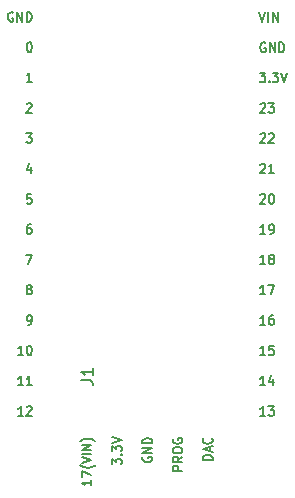
<source format=gto>
G04 #@! TF.FileFunction,Legend,Top*
%FSLAX46Y46*%
G04 Gerber Fmt 4.6, Leading zero omitted, Abs format (unit mm)*
G04 Created by KiCad (PCBNEW 4.0.1-3.201512221402+6198~38~ubuntu14.04.1-stable) date Sat 14 May 2016 03:25:43 PM PDT*
%MOMM*%
G01*
G04 APERTURE LIST*
%ADD10C,0.100000*%
%ADD11C,0.152400*%
%ADD12C,0.150000*%
G04 APERTURE END LIST*
D10*
D11*
X98102565Y-111651143D02*
X98102565Y-112086571D01*
X98102565Y-111868857D02*
X97294845Y-111868857D01*
X97410234Y-111941428D01*
X97487159Y-112014000D01*
X97525622Y-112086571D01*
X97294845Y-111397143D02*
X97294845Y-110889143D01*
X98102565Y-111215714D01*
X98410268Y-110381143D02*
X98371805Y-110417429D01*
X98256417Y-110490000D01*
X98179491Y-110526286D01*
X98064102Y-110562572D01*
X97871788Y-110598857D01*
X97717937Y-110598857D01*
X97525622Y-110562572D01*
X97410234Y-110526286D01*
X97333308Y-110490000D01*
X97217919Y-110417429D01*
X97179457Y-110381143D01*
X97294845Y-110199715D02*
X98102565Y-109945715D01*
X97294845Y-109691715D01*
X98102565Y-109437714D02*
X97294845Y-109437714D01*
X98102565Y-109074857D02*
X97294845Y-109074857D01*
X98102565Y-108639429D01*
X97294845Y-108639429D01*
X98410268Y-108349143D02*
X98371805Y-108312857D01*
X98256417Y-108240286D01*
X98179491Y-108204000D01*
X98064102Y-108167714D01*
X97871788Y-108131429D01*
X97717937Y-108131429D01*
X97525622Y-108167714D01*
X97410234Y-108204000D01*
X97333308Y-108240286D01*
X97217919Y-108312857D01*
X97179457Y-108349143D01*
X99861261Y-110308571D02*
X99861261Y-109836857D01*
X100168964Y-110090857D01*
X100168964Y-109981999D01*
X100207427Y-109909428D01*
X100245890Y-109873142D01*
X100322815Y-109836857D01*
X100515130Y-109836857D01*
X100592055Y-109873142D01*
X100630518Y-109909428D01*
X100668981Y-109981999D01*
X100668981Y-110199714D01*
X100630518Y-110272285D01*
X100592055Y-110308571D01*
X100592055Y-109510285D02*
X100630518Y-109474000D01*
X100668981Y-109510285D01*
X100630518Y-109546571D01*
X100592055Y-109510285D01*
X100668981Y-109510285D01*
X99861261Y-109220000D02*
X99861261Y-108748286D01*
X100168964Y-109002286D01*
X100168964Y-108893428D01*
X100207427Y-108820857D01*
X100245890Y-108784571D01*
X100322815Y-108748286D01*
X100515130Y-108748286D01*
X100592055Y-108784571D01*
X100630518Y-108820857D01*
X100668981Y-108893428D01*
X100668981Y-109111143D01*
X100630518Y-109183714D01*
X100592055Y-109220000D01*
X99861261Y-108530572D02*
X100668981Y-108276572D01*
X99861261Y-108022572D01*
X102466140Y-109691715D02*
X102427677Y-109764286D01*
X102427677Y-109873143D01*
X102466140Y-109982000D01*
X102543066Y-110054572D01*
X102619991Y-110090857D01*
X102773843Y-110127143D01*
X102889231Y-110127143D01*
X103043083Y-110090857D01*
X103120009Y-110054572D01*
X103196934Y-109982000D01*
X103235397Y-109873143D01*
X103235397Y-109800572D01*
X103196934Y-109691715D01*
X103158471Y-109655429D01*
X102889231Y-109655429D01*
X102889231Y-109800572D01*
X103235397Y-109328857D02*
X102427677Y-109328857D01*
X103235397Y-108893429D01*
X102427677Y-108893429D01*
X103235397Y-108530571D02*
X102427677Y-108530571D01*
X102427677Y-108349143D01*
X102466140Y-108240286D01*
X102543066Y-108167714D01*
X102619991Y-108131429D01*
X102773843Y-108095143D01*
X102889231Y-108095143D01*
X103043083Y-108131429D01*
X103120009Y-108167714D01*
X103196934Y-108240286D01*
X103235397Y-108349143D01*
X103235397Y-108530571D01*
X105801813Y-110852857D02*
X104994093Y-110852857D01*
X104994093Y-110562572D01*
X105032556Y-110490000D01*
X105071019Y-110453715D01*
X105147945Y-110417429D01*
X105263333Y-110417429D01*
X105340259Y-110453715D01*
X105378722Y-110490000D01*
X105417185Y-110562572D01*
X105417185Y-110852857D01*
X105801813Y-109655429D02*
X105417185Y-109909429D01*
X105801813Y-110090857D02*
X104994093Y-110090857D01*
X104994093Y-109800572D01*
X105032556Y-109728000D01*
X105071019Y-109691715D01*
X105147945Y-109655429D01*
X105263333Y-109655429D01*
X105340259Y-109691715D01*
X105378722Y-109728000D01*
X105417185Y-109800572D01*
X105417185Y-110090857D01*
X104994093Y-109183715D02*
X104994093Y-109038572D01*
X105032556Y-108966000D01*
X105109482Y-108893429D01*
X105263333Y-108857143D01*
X105532573Y-108857143D01*
X105686425Y-108893429D01*
X105763350Y-108966000D01*
X105801813Y-109038572D01*
X105801813Y-109183715D01*
X105763350Y-109256286D01*
X105686425Y-109328857D01*
X105532573Y-109365143D01*
X105263333Y-109365143D01*
X105109482Y-109328857D01*
X105032556Y-109256286D01*
X104994093Y-109183715D01*
X105032556Y-108131429D02*
X104994093Y-108204000D01*
X104994093Y-108312857D01*
X105032556Y-108421714D01*
X105109482Y-108494286D01*
X105186407Y-108530571D01*
X105340259Y-108566857D01*
X105455647Y-108566857D01*
X105609499Y-108530571D01*
X105686425Y-108494286D01*
X105763350Y-108421714D01*
X105801813Y-108312857D01*
X105801813Y-108240286D01*
X105763350Y-108131429D01*
X105724887Y-108095143D01*
X105455647Y-108095143D01*
X105455647Y-108240286D01*
X108368229Y-109945714D02*
X107560509Y-109945714D01*
X107560509Y-109764286D01*
X107598972Y-109655429D01*
X107675898Y-109582857D01*
X107752823Y-109546572D01*
X107906675Y-109510286D01*
X108022063Y-109510286D01*
X108175915Y-109546572D01*
X108252841Y-109582857D01*
X108329766Y-109655429D01*
X108368229Y-109764286D01*
X108368229Y-109945714D01*
X108137452Y-109220000D02*
X108137452Y-108857143D01*
X108368229Y-109292572D02*
X107560509Y-109038572D01*
X108368229Y-108784572D01*
X108291303Y-108095143D02*
X108329766Y-108131429D01*
X108368229Y-108240286D01*
X108368229Y-108312857D01*
X108329766Y-108421714D01*
X108252841Y-108494286D01*
X108175915Y-108530571D01*
X108022063Y-108566857D01*
X107906675Y-108566857D01*
X107752823Y-108530571D01*
X107675898Y-108494286D01*
X107598972Y-108421714D01*
X107560509Y-108312857D01*
X107560509Y-108240286D01*
X107598972Y-108131429D01*
X107637435Y-108095143D01*
X91476285Y-72068436D02*
X91403714Y-72029973D01*
X91294857Y-72029973D01*
X91186000Y-72068436D01*
X91113428Y-72145362D01*
X91077143Y-72222287D01*
X91040857Y-72376139D01*
X91040857Y-72491527D01*
X91077143Y-72645379D01*
X91113428Y-72722305D01*
X91186000Y-72799230D01*
X91294857Y-72837693D01*
X91367428Y-72837693D01*
X91476285Y-72799230D01*
X91512571Y-72760767D01*
X91512571Y-72491527D01*
X91367428Y-72491527D01*
X91839143Y-72837693D02*
X91839143Y-72029973D01*
X92274571Y-72837693D01*
X92274571Y-72029973D01*
X92637429Y-72837693D02*
X92637429Y-72029973D01*
X92818857Y-72029973D01*
X92927714Y-72068436D01*
X93000286Y-72145362D01*
X93036571Y-72222287D01*
X93072857Y-72376139D01*
X93072857Y-72491527D01*
X93036571Y-72645379D01*
X93000286Y-72722305D01*
X92927714Y-72799230D01*
X92818857Y-72837693D01*
X92637429Y-72837693D01*
X92818857Y-74596389D02*
X92891429Y-74596389D01*
X92964000Y-74634852D01*
X93000286Y-74673315D01*
X93036572Y-74750241D01*
X93072857Y-74904092D01*
X93072857Y-75096406D01*
X93036572Y-75250258D01*
X93000286Y-75327183D01*
X92964000Y-75365646D01*
X92891429Y-75404109D01*
X92818857Y-75404109D01*
X92746286Y-75365646D01*
X92710000Y-75327183D01*
X92673715Y-75250258D01*
X92637429Y-75096406D01*
X92637429Y-74904092D01*
X92673715Y-74750241D01*
X92710000Y-74673315D01*
X92746286Y-74634852D01*
X92818857Y-74596389D01*
X93072857Y-77970525D02*
X92637429Y-77970525D01*
X92855143Y-77970525D02*
X92855143Y-77162805D01*
X92782572Y-77278194D01*
X92710000Y-77355119D01*
X92637429Y-77393582D01*
X92637429Y-79806147D02*
X92673715Y-79767684D01*
X92746286Y-79729221D01*
X92927715Y-79729221D01*
X93000286Y-79767684D01*
X93036572Y-79806147D01*
X93072857Y-79883073D01*
X93072857Y-79959998D01*
X93036572Y-80075387D01*
X92601143Y-80536941D01*
X93072857Y-80536941D01*
X92601143Y-82295637D02*
X93072857Y-82295637D01*
X92818857Y-82603340D01*
X92927715Y-82603340D01*
X93000286Y-82641803D01*
X93036572Y-82680266D01*
X93072857Y-82757191D01*
X93072857Y-82949506D01*
X93036572Y-83026431D01*
X93000286Y-83064894D01*
X92927715Y-83103357D01*
X92710000Y-83103357D01*
X92637429Y-83064894D01*
X92601143Y-83026431D01*
X93000286Y-85131293D02*
X93000286Y-85669773D01*
X92818857Y-84823590D02*
X92637429Y-85400533D01*
X93109143Y-85400533D01*
X93036572Y-87428469D02*
X92673715Y-87428469D01*
X92637429Y-87813098D01*
X92673715Y-87774635D01*
X92746286Y-87736172D01*
X92927715Y-87736172D01*
X93000286Y-87774635D01*
X93036572Y-87813098D01*
X93072857Y-87890023D01*
X93072857Y-88082338D01*
X93036572Y-88159263D01*
X93000286Y-88197726D01*
X92927715Y-88236189D01*
X92746286Y-88236189D01*
X92673715Y-88197726D01*
X92637429Y-88159263D01*
X93000286Y-89994885D02*
X92855143Y-89994885D01*
X92782572Y-90033348D01*
X92746286Y-90071811D01*
X92673715Y-90187199D01*
X92637429Y-90341051D01*
X92637429Y-90648754D01*
X92673715Y-90725679D01*
X92710000Y-90764142D01*
X92782572Y-90802605D01*
X92927715Y-90802605D01*
X93000286Y-90764142D01*
X93036572Y-90725679D01*
X93072857Y-90648754D01*
X93072857Y-90456439D01*
X93036572Y-90379514D01*
X93000286Y-90341051D01*
X92927715Y-90302588D01*
X92782572Y-90302588D01*
X92710000Y-90341051D01*
X92673715Y-90379514D01*
X92637429Y-90456439D01*
X92601143Y-92561301D02*
X93109143Y-92561301D01*
X92782572Y-93369021D01*
X92782572Y-95473883D02*
X92710000Y-95435420D01*
X92673715Y-95396957D01*
X92637429Y-95320031D01*
X92637429Y-95281569D01*
X92673715Y-95204643D01*
X92710000Y-95166180D01*
X92782572Y-95127717D01*
X92927715Y-95127717D01*
X93000286Y-95166180D01*
X93036572Y-95204643D01*
X93072857Y-95281569D01*
X93072857Y-95320031D01*
X93036572Y-95396957D01*
X93000286Y-95435420D01*
X92927715Y-95473883D01*
X92782572Y-95473883D01*
X92710000Y-95512346D01*
X92673715Y-95550809D01*
X92637429Y-95627734D01*
X92637429Y-95781586D01*
X92673715Y-95858511D01*
X92710000Y-95896974D01*
X92782572Y-95935437D01*
X92927715Y-95935437D01*
X93000286Y-95896974D01*
X93036572Y-95858511D01*
X93072857Y-95781586D01*
X93072857Y-95627734D01*
X93036572Y-95550809D01*
X93000286Y-95512346D01*
X92927715Y-95473883D01*
X92710000Y-98501853D02*
X92855143Y-98501853D01*
X92927715Y-98463390D01*
X92964000Y-98424927D01*
X93036572Y-98309539D01*
X93072857Y-98155687D01*
X93072857Y-97847985D01*
X93036572Y-97771059D01*
X93000286Y-97732596D01*
X92927715Y-97694133D01*
X92782572Y-97694133D01*
X92710000Y-97732596D01*
X92673715Y-97771059D01*
X92637429Y-97847985D01*
X92637429Y-98040299D01*
X92673715Y-98117225D01*
X92710000Y-98155687D01*
X92782572Y-98194150D01*
X92927715Y-98194150D01*
X93000286Y-98155687D01*
X93036572Y-98117225D01*
X93072857Y-98040299D01*
X92347143Y-101068269D02*
X91911715Y-101068269D01*
X92129429Y-101068269D02*
X92129429Y-100260549D01*
X92056858Y-100375938D01*
X91984286Y-100452863D01*
X91911715Y-100491326D01*
X92818857Y-100260549D02*
X92891429Y-100260549D01*
X92964000Y-100299012D01*
X93000286Y-100337475D01*
X93036572Y-100414401D01*
X93072857Y-100568252D01*
X93072857Y-100760566D01*
X93036572Y-100914418D01*
X93000286Y-100991343D01*
X92964000Y-101029806D01*
X92891429Y-101068269D01*
X92818857Y-101068269D01*
X92746286Y-101029806D01*
X92710000Y-100991343D01*
X92673715Y-100914418D01*
X92637429Y-100760566D01*
X92637429Y-100568252D01*
X92673715Y-100414401D01*
X92710000Y-100337475D01*
X92746286Y-100299012D01*
X92818857Y-100260549D01*
X92347143Y-103634685D02*
X91911715Y-103634685D01*
X92129429Y-103634685D02*
X92129429Y-102826965D01*
X92056858Y-102942354D01*
X91984286Y-103019279D01*
X91911715Y-103057742D01*
X93072857Y-103634685D02*
X92637429Y-103634685D01*
X92855143Y-103634685D02*
X92855143Y-102826965D01*
X92782572Y-102942354D01*
X92710000Y-103019279D01*
X92637429Y-103057742D01*
X92347143Y-106201101D02*
X91911715Y-106201101D01*
X92129429Y-106201101D02*
X92129429Y-105393381D01*
X92056858Y-105508770D01*
X91984286Y-105585695D01*
X91911715Y-105624158D01*
X92637429Y-105470307D02*
X92673715Y-105431844D01*
X92746286Y-105393381D01*
X92927715Y-105393381D01*
X93000286Y-105431844D01*
X93036572Y-105470307D01*
X93072857Y-105547233D01*
X93072857Y-105624158D01*
X93036572Y-105739547D01*
X92601143Y-106201101D01*
X93072857Y-106201101D01*
X112340571Y-72029973D02*
X112594571Y-72837693D01*
X112848571Y-72029973D01*
X113102572Y-72837693D02*
X113102572Y-72029973D01*
X113465429Y-72837693D02*
X113465429Y-72029973D01*
X113900857Y-72837693D01*
X113900857Y-72029973D01*
X112848571Y-74634852D02*
X112776000Y-74596389D01*
X112667143Y-74596389D01*
X112558286Y-74634852D01*
X112485714Y-74711778D01*
X112449429Y-74788703D01*
X112413143Y-74942555D01*
X112413143Y-75057943D01*
X112449429Y-75211795D01*
X112485714Y-75288721D01*
X112558286Y-75365646D01*
X112667143Y-75404109D01*
X112739714Y-75404109D01*
X112848571Y-75365646D01*
X112884857Y-75327183D01*
X112884857Y-75057943D01*
X112739714Y-75057943D01*
X113211429Y-75404109D02*
X113211429Y-74596389D01*
X113646857Y-75404109D01*
X113646857Y-74596389D01*
X114009715Y-75404109D02*
X114009715Y-74596389D01*
X114191143Y-74596389D01*
X114300000Y-74634852D01*
X114372572Y-74711778D01*
X114408857Y-74788703D01*
X114445143Y-74942555D01*
X114445143Y-75057943D01*
X114408857Y-75211795D01*
X114372572Y-75288721D01*
X114300000Y-75365646D01*
X114191143Y-75404109D01*
X114009715Y-75404109D01*
X112376857Y-77162805D02*
X112848571Y-77162805D01*
X112594571Y-77470508D01*
X112703429Y-77470508D01*
X112776000Y-77508971D01*
X112812286Y-77547434D01*
X112848571Y-77624359D01*
X112848571Y-77816674D01*
X112812286Y-77893599D01*
X112776000Y-77932062D01*
X112703429Y-77970525D01*
X112485714Y-77970525D01*
X112413143Y-77932062D01*
X112376857Y-77893599D01*
X113175143Y-77893599D02*
X113211428Y-77932062D01*
X113175143Y-77970525D01*
X113138857Y-77932062D01*
X113175143Y-77893599D01*
X113175143Y-77970525D01*
X113465428Y-77162805D02*
X113937142Y-77162805D01*
X113683142Y-77470508D01*
X113792000Y-77470508D01*
X113864571Y-77508971D01*
X113900857Y-77547434D01*
X113937142Y-77624359D01*
X113937142Y-77816674D01*
X113900857Y-77893599D01*
X113864571Y-77932062D01*
X113792000Y-77970525D01*
X113574285Y-77970525D01*
X113501714Y-77932062D01*
X113465428Y-77893599D01*
X114154856Y-77162805D02*
X114408856Y-77970525D01*
X114662856Y-77162805D01*
X112413143Y-79806147D02*
X112449429Y-79767684D01*
X112522000Y-79729221D01*
X112703429Y-79729221D01*
X112776000Y-79767684D01*
X112812286Y-79806147D01*
X112848571Y-79883073D01*
X112848571Y-79959998D01*
X112812286Y-80075387D01*
X112376857Y-80536941D01*
X112848571Y-80536941D01*
X113102571Y-79729221D02*
X113574285Y-79729221D01*
X113320285Y-80036924D01*
X113429143Y-80036924D01*
X113501714Y-80075387D01*
X113538000Y-80113850D01*
X113574285Y-80190775D01*
X113574285Y-80383090D01*
X113538000Y-80460015D01*
X113501714Y-80498478D01*
X113429143Y-80536941D01*
X113211428Y-80536941D01*
X113138857Y-80498478D01*
X113102571Y-80460015D01*
X112413143Y-82372563D02*
X112449429Y-82334100D01*
X112522000Y-82295637D01*
X112703429Y-82295637D01*
X112776000Y-82334100D01*
X112812286Y-82372563D01*
X112848571Y-82449489D01*
X112848571Y-82526414D01*
X112812286Y-82641803D01*
X112376857Y-83103357D01*
X112848571Y-83103357D01*
X113138857Y-82372563D02*
X113175143Y-82334100D01*
X113247714Y-82295637D01*
X113429143Y-82295637D01*
X113501714Y-82334100D01*
X113538000Y-82372563D01*
X113574285Y-82449489D01*
X113574285Y-82526414D01*
X113538000Y-82641803D01*
X113102571Y-83103357D01*
X113574285Y-83103357D01*
X112413143Y-84938979D02*
X112449429Y-84900516D01*
X112522000Y-84862053D01*
X112703429Y-84862053D01*
X112776000Y-84900516D01*
X112812286Y-84938979D01*
X112848571Y-85015905D01*
X112848571Y-85092830D01*
X112812286Y-85208219D01*
X112376857Y-85669773D01*
X112848571Y-85669773D01*
X113574285Y-85669773D02*
X113138857Y-85669773D01*
X113356571Y-85669773D02*
X113356571Y-84862053D01*
X113284000Y-84977442D01*
X113211428Y-85054367D01*
X113138857Y-85092830D01*
X112413143Y-87505395D02*
X112449429Y-87466932D01*
X112522000Y-87428469D01*
X112703429Y-87428469D01*
X112776000Y-87466932D01*
X112812286Y-87505395D01*
X112848571Y-87582321D01*
X112848571Y-87659246D01*
X112812286Y-87774635D01*
X112376857Y-88236189D01*
X112848571Y-88236189D01*
X113320285Y-87428469D02*
X113392857Y-87428469D01*
X113465428Y-87466932D01*
X113501714Y-87505395D01*
X113538000Y-87582321D01*
X113574285Y-87736172D01*
X113574285Y-87928486D01*
X113538000Y-88082338D01*
X113501714Y-88159263D01*
X113465428Y-88197726D01*
X113392857Y-88236189D01*
X113320285Y-88236189D01*
X113247714Y-88197726D01*
X113211428Y-88159263D01*
X113175143Y-88082338D01*
X113138857Y-87928486D01*
X113138857Y-87736172D01*
X113175143Y-87582321D01*
X113211428Y-87505395D01*
X113247714Y-87466932D01*
X113320285Y-87428469D01*
X112848571Y-90802605D02*
X112413143Y-90802605D01*
X112630857Y-90802605D02*
X112630857Y-89994885D01*
X112558286Y-90110274D01*
X112485714Y-90187199D01*
X112413143Y-90225662D01*
X113211428Y-90802605D02*
X113356571Y-90802605D01*
X113429143Y-90764142D01*
X113465428Y-90725679D01*
X113538000Y-90610291D01*
X113574285Y-90456439D01*
X113574285Y-90148737D01*
X113538000Y-90071811D01*
X113501714Y-90033348D01*
X113429143Y-89994885D01*
X113284000Y-89994885D01*
X113211428Y-90033348D01*
X113175143Y-90071811D01*
X113138857Y-90148737D01*
X113138857Y-90341051D01*
X113175143Y-90417977D01*
X113211428Y-90456439D01*
X113284000Y-90494902D01*
X113429143Y-90494902D01*
X113501714Y-90456439D01*
X113538000Y-90417977D01*
X113574285Y-90341051D01*
X112848571Y-93369021D02*
X112413143Y-93369021D01*
X112630857Y-93369021D02*
X112630857Y-92561301D01*
X112558286Y-92676690D01*
X112485714Y-92753615D01*
X112413143Y-92792078D01*
X113284000Y-92907467D02*
X113211428Y-92869004D01*
X113175143Y-92830541D01*
X113138857Y-92753615D01*
X113138857Y-92715153D01*
X113175143Y-92638227D01*
X113211428Y-92599764D01*
X113284000Y-92561301D01*
X113429143Y-92561301D01*
X113501714Y-92599764D01*
X113538000Y-92638227D01*
X113574285Y-92715153D01*
X113574285Y-92753615D01*
X113538000Y-92830541D01*
X113501714Y-92869004D01*
X113429143Y-92907467D01*
X113284000Y-92907467D01*
X113211428Y-92945930D01*
X113175143Y-92984393D01*
X113138857Y-93061318D01*
X113138857Y-93215170D01*
X113175143Y-93292095D01*
X113211428Y-93330558D01*
X113284000Y-93369021D01*
X113429143Y-93369021D01*
X113501714Y-93330558D01*
X113538000Y-93292095D01*
X113574285Y-93215170D01*
X113574285Y-93061318D01*
X113538000Y-92984393D01*
X113501714Y-92945930D01*
X113429143Y-92907467D01*
X112848571Y-95935437D02*
X112413143Y-95935437D01*
X112630857Y-95935437D02*
X112630857Y-95127717D01*
X112558286Y-95243106D01*
X112485714Y-95320031D01*
X112413143Y-95358494D01*
X113102571Y-95127717D02*
X113610571Y-95127717D01*
X113284000Y-95935437D01*
X112848571Y-98501853D02*
X112413143Y-98501853D01*
X112630857Y-98501853D02*
X112630857Y-97694133D01*
X112558286Y-97809522D01*
X112485714Y-97886447D01*
X112413143Y-97924910D01*
X113501714Y-97694133D02*
X113356571Y-97694133D01*
X113284000Y-97732596D01*
X113247714Y-97771059D01*
X113175143Y-97886447D01*
X113138857Y-98040299D01*
X113138857Y-98348002D01*
X113175143Y-98424927D01*
X113211428Y-98463390D01*
X113284000Y-98501853D01*
X113429143Y-98501853D01*
X113501714Y-98463390D01*
X113538000Y-98424927D01*
X113574285Y-98348002D01*
X113574285Y-98155687D01*
X113538000Y-98078762D01*
X113501714Y-98040299D01*
X113429143Y-98001836D01*
X113284000Y-98001836D01*
X113211428Y-98040299D01*
X113175143Y-98078762D01*
X113138857Y-98155687D01*
X112848571Y-101068269D02*
X112413143Y-101068269D01*
X112630857Y-101068269D02*
X112630857Y-100260549D01*
X112558286Y-100375938D01*
X112485714Y-100452863D01*
X112413143Y-100491326D01*
X113538000Y-100260549D02*
X113175143Y-100260549D01*
X113138857Y-100645178D01*
X113175143Y-100606715D01*
X113247714Y-100568252D01*
X113429143Y-100568252D01*
X113501714Y-100606715D01*
X113538000Y-100645178D01*
X113574285Y-100722103D01*
X113574285Y-100914418D01*
X113538000Y-100991343D01*
X113501714Y-101029806D01*
X113429143Y-101068269D01*
X113247714Y-101068269D01*
X113175143Y-101029806D01*
X113138857Y-100991343D01*
X112848571Y-103634685D02*
X112413143Y-103634685D01*
X112630857Y-103634685D02*
X112630857Y-102826965D01*
X112558286Y-102942354D01*
X112485714Y-103019279D01*
X112413143Y-103057742D01*
X113501714Y-103096205D02*
X113501714Y-103634685D01*
X113320285Y-102788502D02*
X113138857Y-103365445D01*
X113610571Y-103365445D01*
X112848571Y-106201101D02*
X112413143Y-106201101D01*
X112630857Y-106201101D02*
X112630857Y-105393381D01*
X112558286Y-105508770D01*
X112485714Y-105585695D01*
X112413143Y-105624158D01*
X113102571Y-105393381D02*
X113574285Y-105393381D01*
X113320285Y-105701084D01*
X113429143Y-105701084D01*
X113501714Y-105739547D01*
X113538000Y-105778010D01*
X113574285Y-105854935D01*
X113574285Y-106047250D01*
X113538000Y-106124175D01*
X113501714Y-106162638D01*
X113429143Y-106201101D01*
X113211428Y-106201101D01*
X113138857Y-106162638D01*
X113102571Y-106124175D01*
D12*
X97242381Y-103203333D02*
X97956667Y-103203333D01*
X98099524Y-103250953D01*
X98194762Y-103346191D01*
X98242381Y-103489048D01*
X98242381Y-103584286D01*
X98242381Y-102203333D02*
X98242381Y-102774762D01*
X98242381Y-102489048D02*
X97242381Y-102489048D01*
X97385238Y-102584286D01*
X97480476Y-102679524D01*
X97528095Y-102774762D01*
M02*

</source>
